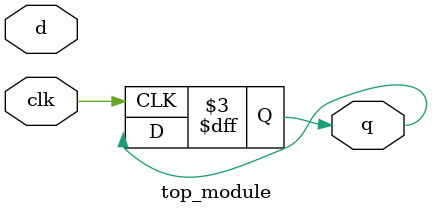
<source format=sv>
module top_module(
	input clk,
	input d,
	output reg q);

	always @(posedge clk) begin
		if (clk === 1'b0) begin
			q <= d;
		end else begin
			q <= q;
		end
	end

endmodule

</source>
